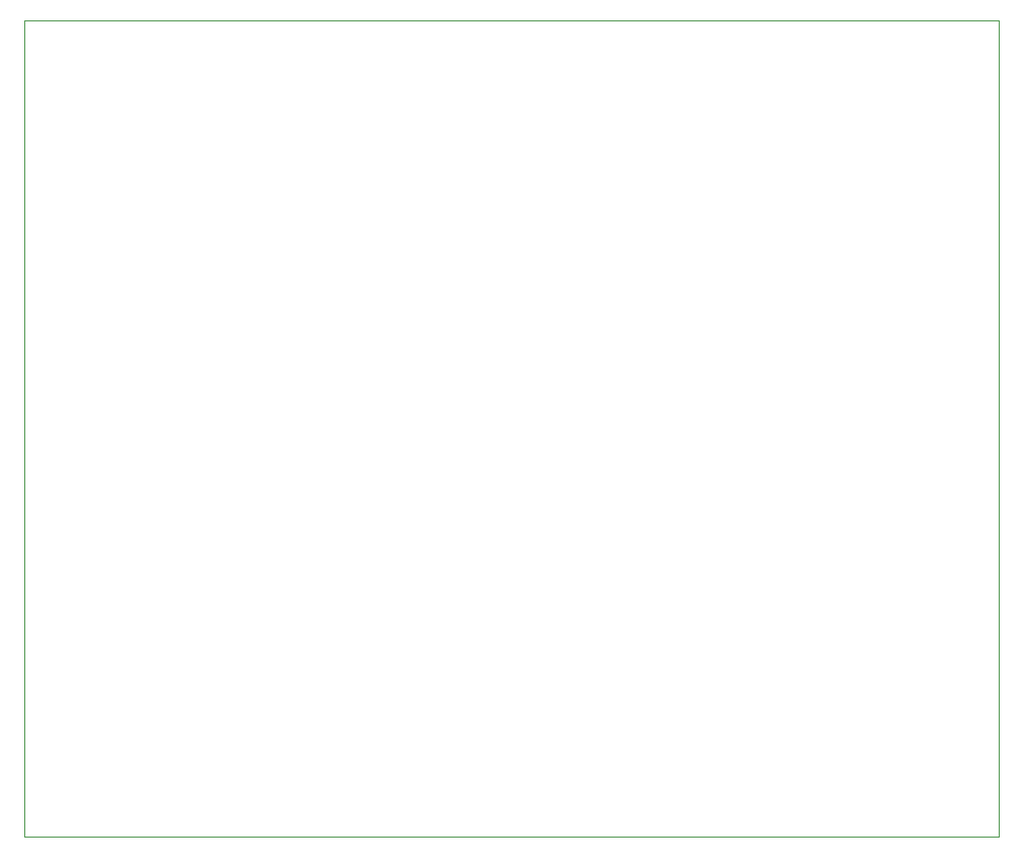
<source format=gm1>
%TF.GenerationSoftware,KiCad,Pcbnew,5.1.10-88a1d61d58~88~ubuntu18.04.1*%
%TF.CreationDate,2022-01-23T15:24:31+01:00*%
%TF.ProjectId,catbot_electronics_board,7061766c-6f76-45f6-9d69-6e695f656c65,rev?*%
%TF.SameCoordinates,Original*%
%TF.FileFunction,Profile,NP*%
%FSLAX46Y46*%
G04 Gerber Fmt 4.6, Leading zero omitted, Abs format (unit mm)*
G04 Created by KiCad (PCBNEW 5.1.10-88a1d61d58~88~ubuntu18.04.1) date 2022-01-23 15:24:31*
%MOMM*%
%LPD*%
G01*
G04 APERTURE LIST*
%TA.AperFunction,Profile*%
%ADD10C,0.050000*%
%TD*%
G04 APERTURE END LIST*
D10*
X97028000Y-82804000D02*
X12192000Y-82804000D01*
X97028000Y-11684000D02*
X97028000Y-82804000D01*
X12192000Y-11684000D02*
X97028000Y-11684000D01*
X12192000Y-11684000D02*
X12192000Y-82804000D01*
M02*

</source>
